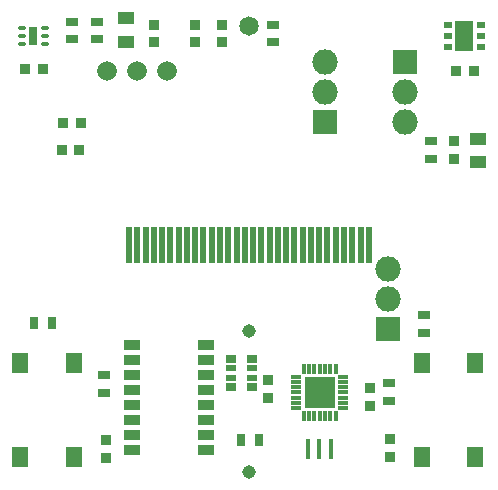
<source format=gts>
G04 #@! TF.FileFunction,Soldermask,Top*
%FSLAX46Y46*%
G04 Gerber Fmt 4.6, Leading zero omitted, Abs format (unit mm)*
G04 Created by KiCad (PCBNEW 4.0.7) date 12/08/17 11:15:19*
%MOMM*%
%LPD*%
G01*
G04 APERTURE LIST*
%ADD10C,0.100000*%
%ADD11C,1.140000*%
%ADD12C,1.640000*%
%ADD13R,1.040000X0.640000*%
%ADD14R,0.940000X0.890000*%
%ADD15R,0.890000X0.940000*%
%ADD16R,0.640000X1.040000*%
%ADD17R,1.440000X1.690000*%
%ADD18R,0.940000X0.640000*%
%ADD19R,0.940000X0.540000*%
%ADD20R,1.390000X1.140000*%
%ADD21R,0.940000X0.390000*%
%ADD22R,0.390000X0.940000*%
%ADD23R,1.340000X1.340000*%
%ADD24O,0.640000X0.390000*%
%ADD25R,0.790000X1.490000*%
%ADD26R,0.740000X0.540000*%
%ADD27R,1.640000X2.540000*%
%ADD28C,1.664000*%
%ADD29O,2.138980X2.138980*%
%ADD30R,2.138980X2.138980*%
%ADD31R,1.440000X0.940000*%
%ADD32R,0.540000X3.140000*%
%ADD33R,0.440000X1.740000*%
G04 APERTURE END LIST*
D10*
D11*
X20600000Y12700000D03*
D12*
X20600000Y38500000D03*
D11*
X20600000Y800000D03*
D13*
X5600000Y38900000D03*
X5600000Y37400000D03*
D14*
X4850000Y30350000D03*
X6350000Y30350000D03*
D15*
X16000000Y38650000D03*
X16000000Y37150000D03*
X18350000Y38650000D03*
X18350000Y37150000D03*
X38000000Y28750000D03*
X38000000Y27250000D03*
D14*
X4750000Y28050000D03*
X6250000Y28050000D03*
D13*
X35400000Y14050000D03*
X35400000Y12550000D03*
X32500000Y8300000D03*
X32500000Y6800000D03*
X8350000Y8950000D03*
X8350000Y7450000D03*
D16*
X21450000Y3450000D03*
X19950000Y3450000D03*
D13*
X7750000Y38900000D03*
X7750000Y37400000D03*
X36000000Y27250000D03*
X36000000Y28750000D03*
X22650000Y38650000D03*
X22650000Y37150000D03*
D17*
X1250000Y2025000D03*
X1250000Y9975000D03*
X5750000Y2025000D03*
X5750000Y9975000D03*
X39750000Y9975000D03*
X39750000Y2025000D03*
X35250000Y9975000D03*
X35250000Y2025000D03*
D15*
X22250200Y7048000D03*
X22250200Y8548000D03*
X30850000Y7850000D03*
X30850000Y6350000D03*
X8500000Y3450000D03*
X8500000Y1950000D03*
X32550000Y3550000D03*
X32550000Y2050000D03*
D14*
X38150000Y34700000D03*
X39650000Y34700000D03*
X3150000Y34850000D03*
X1650000Y34850000D03*
D16*
X3900000Y13350000D03*
X2400000Y13350000D03*
D18*
X20850000Y7950000D03*
D19*
X20850000Y9550000D03*
X20850000Y8750000D03*
D18*
X20850000Y10350000D03*
D19*
X19050000Y8750000D03*
D18*
X19050000Y7950000D03*
D19*
X19050000Y9550000D03*
D18*
X19050000Y10350000D03*
D20*
X10200000Y37200000D03*
X10200000Y39200000D03*
D15*
X12550000Y37150000D03*
X12550000Y38650000D03*
D20*
X40000000Y29000000D03*
X40000000Y27000000D03*
D21*
X24600000Y8850000D03*
X24600000Y8400000D03*
X24600000Y7950000D03*
X24600000Y7500000D03*
X24600000Y7050000D03*
X24600000Y6600000D03*
X24600000Y6150000D03*
D22*
X25250000Y5500000D03*
X25700000Y5500000D03*
X26150000Y5500000D03*
X26600000Y5500000D03*
X27050000Y5500000D03*
X27500000Y5500000D03*
X27950000Y5500000D03*
D21*
X28600000Y6150000D03*
X28600000Y6600000D03*
X28600000Y7050000D03*
X28600000Y7500000D03*
X28600000Y7950000D03*
X28600000Y8400000D03*
X28600000Y8850000D03*
D22*
X27950000Y9500000D03*
X27500000Y9500000D03*
X27050000Y9500000D03*
X26600000Y9500000D03*
X26150000Y9500000D03*
X25700000Y9500000D03*
X25250000Y9500000D03*
D23*
X27200000Y6900000D03*
X27200000Y8100000D03*
X26000000Y6900000D03*
X26000000Y8100000D03*
D24*
X1400000Y38375000D03*
X1400000Y37700000D03*
X1400000Y37025000D03*
X3300000Y37025000D03*
X3300000Y37700000D03*
X3300000Y38375000D03*
D25*
X2350000Y37700000D03*
D26*
X37450000Y38650000D03*
X37450000Y37700000D03*
X37450000Y36750000D03*
X40250000Y36750000D03*
X40250000Y37700000D03*
X40250000Y38650000D03*
D27*
X38850000Y37700000D03*
D26*
X38900000Y38650000D03*
D28*
X8550000Y34750000D03*
X11090000Y34750000D03*
X13630000Y34750000D03*
D29*
X32350000Y17950000D03*
D30*
X32350000Y12870000D03*
D29*
X32350000Y15410000D03*
X33800000Y30410000D03*
D30*
X33800000Y35490000D03*
D29*
X33800000Y32950000D03*
X27050000Y35490000D03*
D30*
X27050000Y30410000D03*
D29*
X27050000Y32950000D03*
D31*
X17000000Y2600000D03*
X17000000Y3880000D03*
X17000000Y5140000D03*
X17000000Y6410000D03*
X17000000Y7690000D03*
X17000000Y8960000D03*
X17000000Y10220000D03*
X17000000Y11500000D03*
X10700000Y11500000D03*
X10700000Y10220000D03*
X10700000Y8960000D03*
X10700000Y7690000D03*
X10700000Y6410000D03*
X10700000Y5140000D03*
X10700000Y3880000D03*
X10700000Y2600000D03*
D32*
X10450000Y19970512D03*
X11150000Y19970512D03*
X11850000Y19970512D03*
X12550000Y19970512D03*
X13250000Y19970512D03*
X13950000Y19970512D03*
X14650000Y19970512D03*
X15350000Y19970512D03*
X16050000Y19970512D03*
X16750000Y19970512D03*
X17450000Y19970512D03*
X18150000Y19970512D03*
X18850000Y19970512D03*
X19550000Y19970512D03*
X20250000Y19970512D03*
X20950000Y19970512D03*
X21650000Y19970512D03*
X22350000Y19970512D03*
X23050000Y19970512D03*
X23750000Y19970512D03*
X24450000Y19970512D03*
X25150000Y19970512D03*
X25850000Y19970512D03*
X26550000Y19970512D03*
X27250000Y19970512D03*
X27950000Y19970512D03*
X28650000Y19970512D03*
X29350000Y19970512D03*
X30050000Y19970512D03*
X30750000Y19970512D03*
D33*
X27518200Y2743400D03*
X26568200Y2743400D03*
X25618200Y2743400D03*
M02*

</source>
